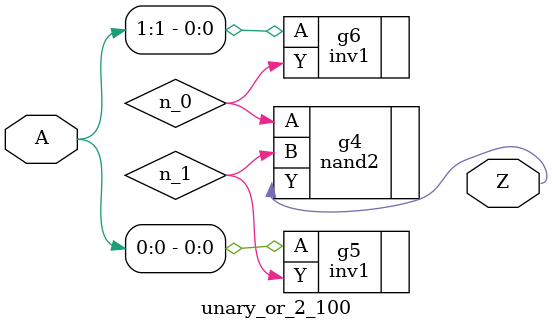
<source format=v>


module unary_or_2_100(A, Z);
  input [1:0] A;
  output Z;
  wire [1:0] A;
  wire Z;
  wire n_0, n_1;
  nand2 g4(.A (n_0), .B (n_1), .Y (Z));
  inv1 g5(.A (A[0]), .Y (n_1));
  inv1 g6(.A (A[1]), .Y (n_0));
endmodule


</source>
